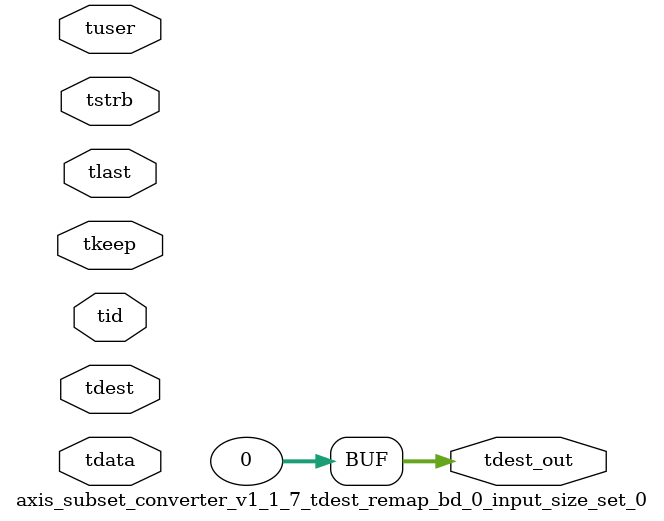
<source format=v>


`timescale 1ps/1ps

module axis_subset_converter_v1_1_7_tdest_remap_bd_0_input_size_set_0 #
(
parameter C_S_AXIS_TDATA_WIDTH = 32,
parameter C_S_AXIS_TUSER_WIDTH = 0,
parameter C_S_AXIS_TID_WIDTH   = 0,
parameter C_S_AXIS_TDEST_WIDTH = 0,
parameter C_M_AXIS_TDEST_WIDTH = 32
)
(
input  [(C_S_AXIS_TDATA_WIDTH == 0 ? 1 : C_S_AXIS_TDATA_WIDTH)-1:0     ] tdata,
input  [(C_S_AXIS_TUSER_WIDTH == 0 ? 1 : C_S_AXIS_TUSER_WIDTH)-1:0     ] tuser,
input  [(C_S_AXIS_TID_WIDTH   == 0 ? 1 : C_S_AXIS_TID_WIDTH)-1:0       ] tid,
input  [(C_S_AXIS_TDEST_WIDTH == 0 ? 1 : C_S_AXIS_TDEST_WIDTH)-1:0     ] tdest,
input  [(C_S_AXIS_TDATA_WIDTH/8)-1:0 ] tkeep,
input  [(C_S_AXIS_TDATA_WIDTH/8)-1:0 ] tstrb,
input                                                                    tlast,
output [C_M_AXIS_TDEST_WIDTH-1:0] tdest_out
);

assign tdest_out = {1'b0};

endmodule


</source>
